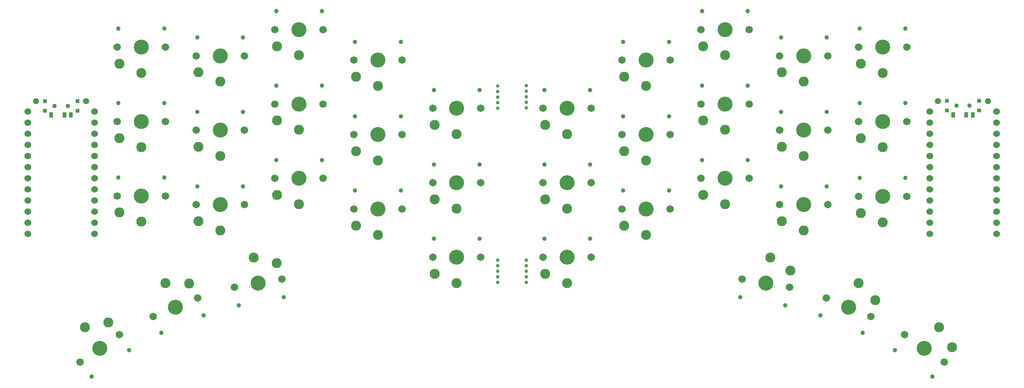
<source format=gbs>
%TF.GenerationSoftware,KiCad,Pcbnew,(6.0.4)*%
%TF.CreationDate,2022-09-24T19:54:14+02:00*%
%TF.ProjectId,MyKeeb,4d794b65-6562-42e6-9b69-6361645f7063,rev?*%
%TF.SameCoordinates,Original*%
%TF.FileFunction,Soldermask,Bot*%
%TF.FilePolarity,Negative*%
%FSLAX46Y46*%
G04 Gerber Fmt 4.6, Leading zero omitted, Abs format (unit mm)*
G04 Created by KiCad (PCBNEW (6.0.4)) date 2022-09-24 19:54:14*
%MOMM*%
%LPD*%
G01*
G04 APERTURE LIST*
%ADD10C,1.397000*%
%ADD11C,3.429000*%
%ADD12C,0.990600*%
%ADD13C,1.701800*%
%ADD14C,2.282000*%
%ADD15C,1.524000*%
%ADD16C,1.000000*%
%ADD17R,0.900000X0.900000*%
%ADD18R,0.900000X1.250000*%
%ADD19C,0.787400*%
G04 APERTURE END LIST*
D10*
%TO.C,Bat+1*%
X250105082Y-72891423D03*
%TD*%
D11*
%TO.C,SWr_12*%
X86248190Y-96525989D03*
D12*
X91468190Y-92325989D03*
D13*
X80748190Y-96525989D03*
D12*
X81028190Y-92325989D03*
D13*
X91748190Y-96525989D03*
D14*
X86248190Y-102425989D03*
X81248190Y-100325989D03*
%TD*%
D12*
%TO.C,SWr_16*%
X56883427Y-135812152D03*
D11*
X58750380Y-129377645D03*
D13*
X63255716Y-126222974D03*
X54245044Y-132532315D03*
D12*
X65435375Y-129824014D03*
D14*
X55366279Y-124544648D03*
X60666550Y-123396985D03*
%TD*%
D15*
%TO.C,U2*%
X57532540Y-75222100D03*
X57532540Y-77762100D03*
X57532540Y-80302100D03*
X57532540Y-82842100D03*
X57532540Y-85382100D03*
X57532540Y-87922100D03*
X57532540Y-90462100D03*
X57532540Y-93002100D03*
X57532540Y-95542100D03*
X57532540Y-98082100D03*
X57532540Y-100622100D03*
X57532540Y-103162100D03*
X42312540Y-103162100D03*
X42312540Y-100622100D03*
X42312540Y-98082100D03*
X42312540Y-95542100D03*
X42312540Y-93002100D03*
X42312540Y-90462100D03*
X42312540Y-87922100D03*
X42312540Y-85382100D03*
X42312540Y-82842100D03*
X42312540Y-80302100D03*
X42312540Y-77762100D03*
X42312540Y-75222100D03*
%TD*%
D12*
%TO.C,SWr_11*%
X63028190Y-90325989D03*
X73468190Y-90325989D03*
D13*
X62748190Y-94525989D03*
D11*
X68248190Y-94525989D03*
D13*
X73748190Y-94525989D03*
D14*
X68248190Y-100425989D03*
X63248190Y-98325989D03*
%TD*%
D13*
%TO.C,SWr_6*%
X62748190Y-77525989D03*
D12*
X73468190Y-73325989D03*
D11*
X68248190Y-77525989D03*
D13*
X73748190Y-77525989D03*
D12*
X63028190Y-73325989D03*
D14*
X68248190Y-83425989D03*
X63248190Y-81325989D03*
%TD*%
D12*
%TO.C,SW4*%
X188696912Y-59327032D03*
D13*
X188976912Y-63527032D03*
X177976912Y-63527032D03*
D11*
X183476912Y-63527032D03*
D12*
X178256912Y-59327032D03*
D14*
X183476912Y-69427032D03*
X178476912Y-67327032D03*
%TD*%
D16*
%TO.C,SW_POWERR1*%
X48446220Y-73961340D03*
X51446220Y-73961340D03*
D17*
X53646220Y-72861340D03*
X53646220Y-75061340D03*
X46246220Y-75061340D03*
X46246220Y-72861340D03*
D18*
X47696220Y-76036340D03*
X50696220Y-76036340D03*
X52196220Y-76036340D03*
%TD*%
D19*
%TO.C,H10*%
X149613877Y-71918095D03*
X149613877Y-69378095D03*
X149613877Y-73188095D03*
X149613877Y-74458095D03*
X149613877Y-70648095D03*
%TD*%
D13*
%TO.C,SW10*%
X159976912Y-91527032D03*
X170976912Y-91527032D03*
D12*
X160256912Y-87327032D03*
D11*
X165476912Y-91527032D03*
D12*
X170696912Y-87327032D03*
D14*
X165476912Y-97427032D03*
X160476912Y-95327032D03*
%TD*%
D11*
%TO.C,SWr_13*%
X104248190Y-90525989D03*
D13*
X98748190Y-90525989D03*
X109748190Y-90525989D03*
D12*
X99028190Y-86325989D03*
X109468190Y-86325989D03*
D14*
X104248190Y-96425989D03*
X99248190Y-94325989D03*
%TD*%
D19*
%TO.C,H1*%
X149612727Y-110448095D03*
X149612727Y-111718095D03*
X149612727Y-114258095D03*
X149612727Y-109178095D03*
X149612727Y-112988095D03*
%TD*%
D12*
%TO.C,SW18*%
X204975006Y-117691084D03*
D13*
X205428582Y-113506270D03*
D12*
X215256399Y-119503971D03*
D11*
X210845024Y-114461335D03*
D13*
X216261467Y-115416400D03*
D14*
X211869549Y-108650969D03*
X216428926Y-111587307D03*
%TD*%
D13*
%TO.C,SWr_4*%
X127748190Y-63525989D03*
D11*
X122248190Y-63525989D03*
D13*
X116748190Y-63525989D03*
D12*
X127468190Y-59325989D03*
X117028190Y-59325989D03*
D14*
X122248190Y-69425989D03*
X117248190Y-67325989D03*
%TD*%
D19*
%TO.C,H2*%
X156113877Y-114268095D03*
X156113877Y-110458095D03*
X156113877Y-112998095D03*
X156113877Y-111728095D03*
X156113877Y-109188095D03*
%TD*%
D12*
%TO.C,SW9*%
X178256912Y-76327032D03*
D11*
X183476912Y-80527032D03*
D13*
X177976912Y-80527032D03*
X188976912Y-80527032D03*
D12*
X188696912Y-76327032D03*
D14*
X183476912Y-86427032D03*
X178476912Y-84327032D03*
%TD*%
D13*
%TO.C,SWr_15*%
X145748190Y-108525989D03*
D12*
X135028190Y-104325989D03*
X145468190Y-104325989D03*
D13*
X134748190Y-108525989D03*
D11*
X140248190Y-108525989D03*
D14*
X140248190Y-114425989D03*
X135248190Y-112325989D03*
%TD*%
D10*
%TO.C,BatGND2*%
X55653940Y-72900540D03*
%TD*%
D13*
%TO.C,SWr_3*%
X109748190Y-56525989D03*
X98748190Y-56525989D03*
D12*
X99028190Y-52325989D03*
X109468190Y-52325989D03*
D11*
X104248190Y-56525989D03*
D14*
X104248190Y-62425989D03*
X99248190Y-60325989D03*
%TD*%
D13*
%TO.C,SW11*%
X231976912Y-94633552D03*
D11*
X237476912Y-94633552D03*
D13*
X242976912Y-94633552D03*
D12*
X242696912Y-90433552D03*
X232256912Y-90433552D03*
D14*
X237476912Y-100533552D03*
X232476912Y-98433552D03*
%TD*%
D15*
%TO.C,U1*%
X263447782Y-75223143D03*
X263447782Y-77763143D03*
X263447782Y-80303143D03*
X263447782Y-82843143D03*
X263447782Y-85383143D03*
X263447782Y-87923143D03*
X263447782Y-90463143D03*
X263447782Y-93003143D03*
X263447782Y-95543143D03*
X263447782Y-98083143D03*
X263447782Y-100623143D03*
X263447782Y-103163143D03*
X248227782Y-103163143D03*
X248227782Y-100623143D03*
X248227782Y-98083143D03*
X248227782Y-95543143D03*
X248227782Y-93003143D03*
X248227782Y-90463143D03*
X248227782Y-87923143D03*
X248227782Y-85383143D03*
X248227782Y-82843143D03*
X248227782Y-80303143D03*
X248227782Y-77763143D03*
X248227782Y-75223143D03*
%TD*%
D13*
%TO.C,SWr_7*%
X91748190Y-79525989D03*
D12*
X91468190Y-75325989D03*
D11*
X86248190Y-79525989D03*
D13*
X80748190Y-79525989D03*
D12*
X81028190Y-75325989D03*
D14*
X86248190Y-85425989D03*
X81248190Y-83325989D03*
%TD*%
D12*
%TO.C,SW1*%
X242696912Y-56327032D03*
D11*
X237476912Y-60527032D03*
D13*
X242976912Y-60527032D03*
D12*
X232256912Y-56327032D03*
D13*
X231976912Y-60527032D03*
D14*
X237476912Y-66427032D03*
X232476912Y-64327032D03*
%TD*%
D12*
%TO.C,SWr_14*%
X127468190Y-93325989D03*
D13*
X116748190Y-97525989D03*
D12*
X117028190Y-93325989D03*
D11*
X122248190Y-97525989D03*
D13*
X127748190Y-97525989D03*
D14*
X122248190Y-103425989D03*
X117248190Y-101325989D03*
%TD*%
D12*
%TO.C,SW6*%
X242696912Y-73327032D03*
D13*
X231976912Y-77527032D03*
D12*
X232256912Y-73327032D03*
D13*
X242976912Y-77527032D03*
D11*
X237476912Y-77527032D03*
D14*
X237476912Y-83427032D03*
X232476912Y-81327032D03*
%TD*%
D12*
%TO.C,SW5*%
X160256912Y-70327032D03*
D13*
X159976912Y-74527032D03*
X170976912Y-74527032D03*
D12*
X170696912Y-70327032D03*
D11*
X165476912Y-74527032D03*
D14*
X165476912Y-80427032D03*
X160476912Y-78327032D03*
%TD*%
D12*
%TO.C,SWr_9*%
X127468190Y-76325989D03*
D13*
X127748190Y-80525989D03*
D12*
X117028190Y-76325989D03*
D11*
X122248190Y-80525989D03*
D13*
X116748190Y-80525989D03*
D14*
X122248190Y-86425989D03*
X117248190Y-84325989D03*
%TD*%
D11*
%TO.C,SW7*%
X219476912Y-79527032D03*
D12*
X214256912Y-75327032D03*
D13*
X213976912Y-79527032D03*
X224976912Y-79527032D03*
D12*
X224696912Y-75327032D03*
D14*
X219476912Y-85427032D03*
X214476912Y-83327032D03*
%TD*%
D11*
%TO.C,SWr_8*%
X104248190Y-73525989D03*
D13*
X98748190Y-73525989D03*
D12*
X99028190Y-69325989D03*
X109468190Y-69325989D03*
D13*
X109748190Y-73525989D03*
D14*
X104248190Y-79425989D03*
X99248190Y-77325989D03*
%TD*%
D13*
%TO.C,SWr_17*%
X81108749Y-117846980D03*
D11*
X76027411Y-119951739D03*
D12*
X82457333Y-121834425D03*
X72812031Y-125829640D03*
D13*
X70946074Y-122056498D03*
D14*
X73769579Y-114500850D03*
X79192612Y-114527580D03*
%TD*%
D10*
%TO.C,Bat+r1*%
X44221400Y-72900540D03*
%TD*%
D13*
%TO.C,SW15*%
X170976912Y-108527032D03*
D12*
X160256912Y-104327032D03*
X170696912Y-104327032D03*
D13*
X159976912Y-108527032D03*
D11*
X165476912Y-108527032D03*
D14*
X165476912Y-114427032D03*
X160476912Y-112327032D03*
%TD*%
D13*
%TO.C,SWr_10*%
X134748190Y-91525989D03*
X145748190Y-91525989D03*
D12*
X135028190Y-87325989D03*
D11*
X140248190Y-91525989D03*
D12*
X145468190Y-87325989D03*
D14*
X140248190Y-97425989D03*
X135248190Y-95325989D03*
%TD*%
D13*
%TO.C,SW2*%
X213976912Y-62527032D03*
D12*
X224696912Y-58327032D03*
X214256912Y-58327032D03*
D13*
X224976912Y-62527032D03*
D11*
X219476912Y-62527032D03*
D14*
X219476912Y-68427032D03*
X214476912Y-66327032D03*
%TD*%
D11*
%TO.C,SWr_5*%
X140248190Y-74525989D03*
D13*
X145748190Y-74525989D03*
X134748190Y-74525989D03*
D12*
X145468190Y-70325989D03*
X135028190Y-70325989D03*
D14*
X140248190Y-80425989D03*
X135248190Y-78325989D03*
%TD*%
D13*
%TO.C,SWr_1*%
X62748190Y-60525989D03*
D12*
X73468190Y-56325989D03*
D11*
X68248190Y-60525989D03*
D13*
X73748190Y-60525989D03*
D12*
X63028190Y-56325989D03*
D14*
X68248190Y-66425989D03*
X63248190Y-64325989D03*
%TD*%
D12*
%TO.C,SWr_2*%
X91468190Y-58325989D03*
D11*
X86248190Y-62525989D03*
D13*
X80748190Y-62525989D03*
D12*
X81028190Y-58325989D03*
D13*
X91748190Y-62525989D03*
D14*
X86248190Y-68425989D03*
X81248190Y-66325989D03*
%TD*%
D13*
%TO.C,SW13*%
X195976912Y-90527032D03*
X206976912Y-90527032D03*
D11*
X201476912Y-90527032D03*
D12*
X196256912Y-86327032D03*
X206696912Y-86327032D03*
D14*
X201476912Y-96427032D03*
X196476912Y-94327032D03*
%TD*%
D11*
%TO.C,SW3*%
X201476912Y-56527032D03*
D13*
X195976912Y-56527032D03*
X206976912Y-56527032D03*
D12*
X206696912Y-52327032D03*
X196256912Y-52327032D03*
D14*
X201476912Y-62427032D03*
X196476912Y-60327032D03*
%TD*%
D16*
%TO.C,SW_POWER1*%
X257322982Y-73945523D03*
X254322982Y-73945523D03*
D17*
X259522982Y-75045523D03*
X252122982Y-75045523D03*
X252122982Y-72845523D03*
X259522982Y-72845523D03*
D18*
X253572982Y-76020523D03*
X256572982Y-76020523D03*
X258072982Y-76020523D03*
%TD*%
D13*
%TO.C,SWr_18*%
X89498354Y-115415347D03*
D12*
X100784815Y-117690031D03*
D11*
X94914797Y-114460282D03*
D13*
X100331239Y-113505217D03*
D12*
X90503422Y-119502918D03*
D14*
X93890272Y-108649916D03*
X99178972Y-109849771D03*
%TD*%
D11*
%TO.C,SW14*%
X183476912Y-97527032D03*
D12*
X178256912Y-93327032D03*
X188696912Y-93327032D03*
D13*
X177976912Y-97527032D03*
X188976912Y-97527032D03*
D14*
X183476912Y-103427032D03*
X178476912Y-101327032D03*
%TD*%
D12*
%TO.C,SW8*%
X196256912Y-69327032D03*
D13*
X195976912Y-73527032D03*
X206976912Y-73527032D03*
D12*
X206696912Y-69327032D03*
D11*
X201476912Y-73527032D03*
D14*
X201476912Y-79427032D03*
X196476912Y-77327032D03*
%TD*%
D19*
%TO.C,H9*%
X156122727Y-69368095D03*
X156122727Y-74448095D03*
X156122727Y-71908095D03*
X156122727Y-70638095D03*
X156122727Y-73178095D03*
%TD*%
D12*
%TO.C,SW16*%
X240324436Y-129825092D03*
D11*
X247009431Y-129378722D03*
D13*
X242504095Y-126224052D03*
D12*
X248876384Y-135813230D03*
D13*
X251514767Y-132533393D03*
D14*
X250393532Y-124545725D03*
X253284782Y-129133827D03*
%TD*%
D12*
%TO.C,SW17*%
X223302484Y-121835491D03*
D13*
X224651069Y-117848046D03*
D11*
X229732406Y-119952805D03*
D12*
X232947787Y-125830706D03*
D13*
X234813743Y-122057564D03*
D14*
X231990238Y-114501916D03*
X235806001Y-118355480D03*
%TD*%
D11*
%TO.C,SW12*%
X219476912Y-96527032D03*
D12*
X214256912Y-92327032D03*
D13*
X224976912Y-96527032D03*
X213976912Y-96527032D03*
D12*
X224696912Y-92327032D03*
D14*
X219476912Y-102427032D03*
X214476912Y-100327032D03*
%TD*%
D10*
%TO.C,BatGND1*%
X261539422Y-72899043D03*
%TD*%
M02*

</source>
